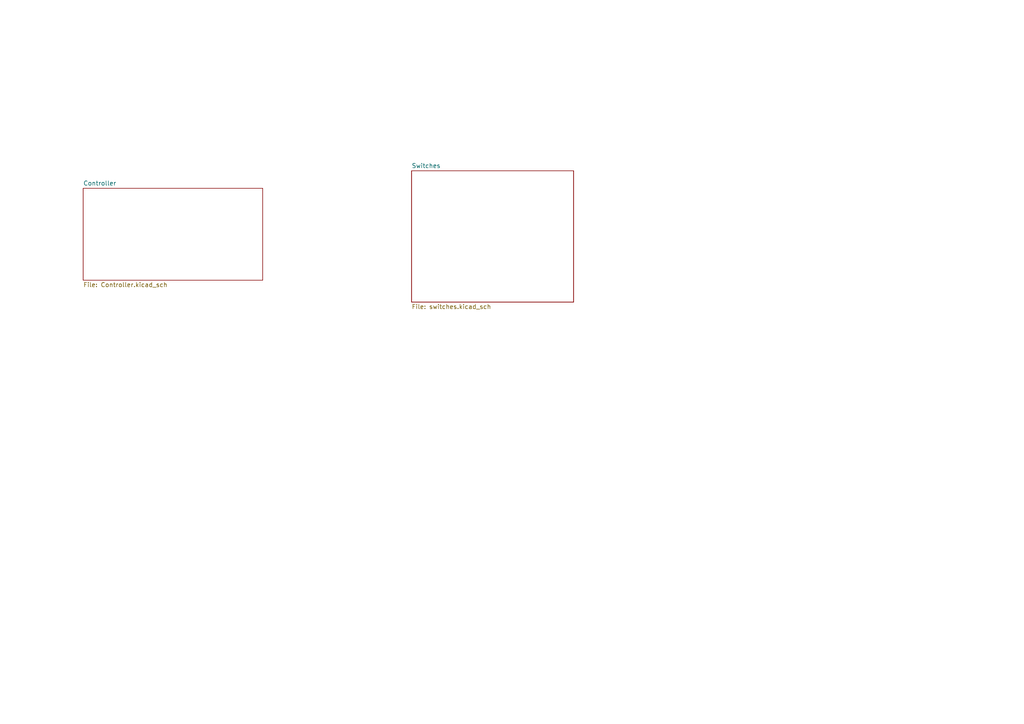
<source format=kicad_sch>
(kicad_sch
	(version 20250114)
	(generator "eeschema")
	(generator_version "9.0")
	(uuid "0217dfc4-fc13-4699-99ad-d9948522648e")
	(paper "A4")
	(lib_symbols)
	(sheet
		(at 119.38 49.53)
		(size 46.99 38.1)
		(exclude_from_sim no)
		(in_bom yes)
		(on_board yes)
		(dnp no)
		(fields_autoplaced yes)
		(stroke
			(width 0)
			(type solid)
		)
		(fill
			(color 0 0 0 0.0000)
		)
		(uuid "00000000-0000-0000-0000-00005f15430e")
		(property "Sheetname" "Switches"
			(at 119.38 48.8184 0)
			(effects
				(font
					(size 1.27 1.27)
				)
				(justify left bottom)
			)
		)
		(property "Sheetfile" "switches.kicad_sch"
			(at 119.38 88.2146 0)
			(effects
				(font
					(size 1.27 1.27)
				)
				(justify left top)
			)
		)
		(instances
			(project "ortho_half"
				(path "/0217dfc4-fc13-4699-99ad-d9948522648e"
					(page "3")
				)
			)
		)
	)
	(sheet
		(at 24.13 54.61)
		(size 52.07 26.67)
		(exclude_from_sim no)
		(in_bom yes)
		(on_board yes)
		(dnp no)
		(fields_autoplaced yes)
		(stroke
			(width 0)
			(type solid)
		)
		(fill
			(color 0 0 0 0.0000)
		)
		(uuid "00000000-0000-0000-0000-00005f159b76")
		(property "Sheetname" "Controller"
			(at 24.13 53.8984 0)
			(effects
				(font
					(size 1.27 1.27)
				)
				(justify left bottom)
			)
		)
		(property "Sheetfile" "Controller.kicad_sch"
			(at 24.13 81.8646 0)
			(effects
				(font
					(size 1.27 1.27)
				)
				(justify left top)
			)
		)
		(instances
			(project "ortho_half"
				(path "/0217dfc4-fc13-4699-99ad-d9948522648e"
					(page "2")
				)
			)
		)
	)
	(sheet_instances
		(path "/"
			(page "1")
		)
	)
	(embedded_fonts no)
)

</source>
